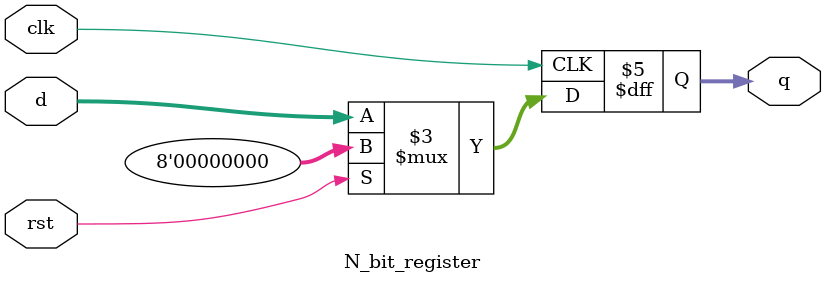
<source format=v>
module N_bit_register #(parameter N=8)(
  input clk,rst,
  input [N-1:0]d,
  output reg [N-1:0]q
);
  always@(posedge clk)begin
    if(rst)
      q<=0;
    else
      q<=d;
  end
endmodule

</source>
